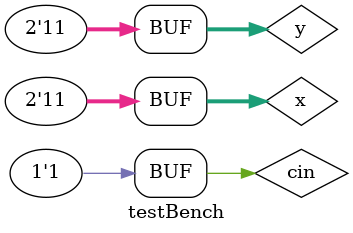
<source format=sv>



module testBench();
	logic[1:0] x, y;
	logic cin;
	logic[1:0] s;
	logic c;

	//create a dut-device under test for test bench
	two_bit_full_adder dut(x, y, cin, s, c);
	
	initial begin
		#100;
		x = 2'b00; y= 2'b00; cin= 0; #10; //delay produced of #10
		cin= 1; #10; //delay produced of #10
		y= 2'b01; cin= 0; #10; //delay produced of #10
		cin= 1; #10; //delay produced of #10
		y= 2'b10; cin= 0; #10; //delxy produced of #10		
		cin= 1; #10; //delay produced of #10
		y= 2'b11; cin= 0; #10; //delay produced of #10
		cin= 1; #10; //delay produced of #10
		x = 2'b01; y= 2'b00; cin= 0; #10; //delay produced of #10
		cin= 1; #10; //delay produced of #10
		y= 2'b01; cin= 0; #10; //delay produced of #10
		cin= 1; #10; //delay produced of #10
		y= 2'b10; cin= 0; #10; //delay produced of #10		
		cin= 1; #10; //delay produced of #10
		y= 2'b11; cin= 0; #10; //delay produced of #10
		cin= 1; #10; //delay produced of #10
		x = 2'b10; y= 2'b00; cin= 0; #10; //delay produced of #10
		cin= 1; #10; //delay produced of #10
		y= 2'b01; cin= 0; #10; //delay produced of #10
		cin= 1; #10; //delay produced of #10
		y= 2'b10; cin= 0; #10; //delay produced of #10		
		cin= 1; #10; //delay produced of #10
		y= 2'b11; cin= 0; #10; //delay produced of #10
		cin= 1; #10; //delay produced of #10
		x = 2'b11; y= 2'b00; cin= 0; #10; //delay produced of #10
		cin= 1; #10; //delay produced of #10
		y= 2'b01; cin= 0; #10; //delay produced of #10
		cin= 1; #10; //delay produced of #10
		y= 2'b10; cin= 0; #10; //delay produced of #10		
		cin= 1; #10; //delay produced of #10
		y= 2'b11; cin= 0; #10; //delay produced of #10
		cin= 1; #10; //delay produced of #10
	end
endmodule






</source>
